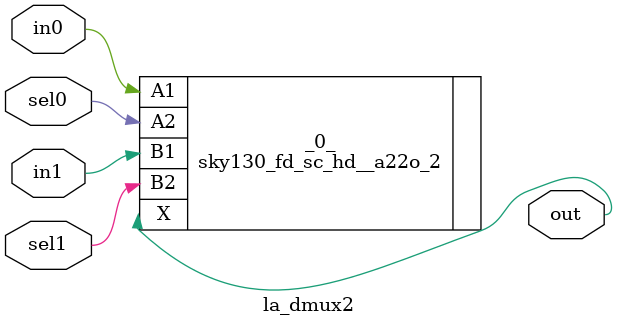
<source format=v>

module la_dmux2(sel1, sel0, in1, in0, out);
  input in0;
  input in1;
  output out;
  input sel0;
  input sel1;
  sky130_fd_sc_hd__a22o_2 _0_ (
    .A1(in0),
    .A2(sel0),
    .B1(in1),
    .B2(sel1),
    .X(out)
  );
endmodule

</source>
